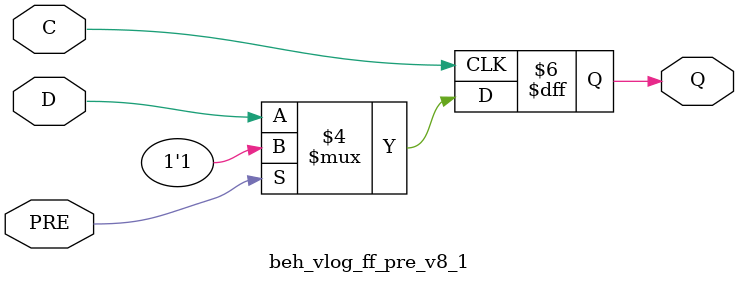
<source format=v>
module beh_vlog_ff_pre_v8_1 (Q, C, D, PRE);
  parameter INIT = 0;
localparam FLOP_DELAY = 100;
    output Q;
    input  C, D, PRE;
    reg Q;
    initial Q= 1'b0;
    always @(posedge C )
      if (PRE)
           Q <= 1'b1;
      else
	   Q <= #FLOP_DELAY D;
endmodule
</source>
